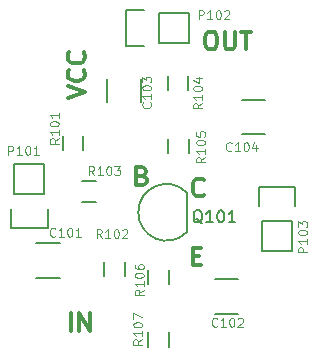
<source format=gto>
G04 #@! TF.FileFunction,Legend,Top*
%FSLAX46Y46*%
G04 Gerber Fmt 4.6, Leading zero omitted, Abs format (unit mm)*
G04 Created by KiCad (PCBNEW 0.201505220134+5676~23~ubuntu14.04.1-product) date Thu 10 Sep 2015 12:30:41 AM PDT*
%MOMM*%
G01*
G04 APERTURE LIST*
%ADD10C,0.100000*%
%ADD11C,0.300000*%
%ADD12C,0.150000*%
%ADD13C,0.101600*%
%ADD14R,2.000000X2.500000*%
%ADD15R,2.500000X2.000000*%
%ADD16R,2.032000X2.032000*%
%ADD17O,2.032000X2.032000*%
%ADD18R,1.300000X1.500000*%
%ADD19R,1.500000X1.300000*%
%ADD20C,2.999740*%
%ADD21C,1.000760*%
G04 APERTURE END LIST*
D10*
D11*
X161802071Y-100044000D02*
X163302071Y-99544000D01*
X161802071Y-99044000D01*
X163159214Y-97686857D02*
X163230643Y-97758286D01*
X163302071Y-97972572D01*
X163302071Y-98115429D01*
X163230643Y-98329714D01*
X163087786Y-98472572D01*
X162944929Y-98544000D01*
X162659214Y-98615429D01*
X162444929Y-98615429D01*
X162159214Y-98544000D01*
X162016357Y-98472572D01*
X161873500Y-98329714D01*
X161802071Y-98115429D01*
X161802071Y-97972572D01*
X161873500Y-97758286D01*
X161944929Y-97686857D01*
X163159214Y-96186857D02*
X163230643Y-96258286D01*
X163302071Y-96472572D01*
X163302071Y-96615429D01*
X163230643Y-96829714D01*
X163087786Y-96972572D01*
X162944929Y-97044000D01*
X162659214Y-97115429D01*
X162444929Y-97115429D01*
X162159214Y-97044000D01*
X162016357Y-96972572D01*
X161873500Y-96829714D01*
X161802071Y-96615429D01*
X161802071Y-96472572D01*
X161873500Y-96258286D01*
X161944929Y-96186857D01*
X162091786Y-119741071D02*
X162091786Y-118241071D01*
X162806072Y-119741071D02*
X162806072Y-118241071D01*
X163663215Y-119741071D01*
X163663215Y-118241071D01*
X173823500Y-94428571D02*
X174109214Y-94428571D01*
X174252072Y-94500000D01*
X174394929Y-94642857D01*
X174466357Y-94928571D01*
X174466357Y-95428571D01*
X174394929Y-95714286D01*
X174252072Y-95857143D01*
X174109214Y-95928571D01*
X173823500Y-95928571D01*
X173680643Y-95857143D01*
X173537786Y-95714286D01*
X173466357Y-95428571D01*
X173466357Y-94928571D01*
X173537786Y-94642857D01*
X173680643Y-94500000D01*
X173823500Y-94428571D01*
X175109215Y-94428571D02*
X175109215Y-95642857D01*
X175180643Y-95785714D01*
X175252072Y-95857143D01*
X175394929Y-95928571D01*
X175680643Y-95928571D01*
X175823501Y-95857143D01*
X175894929Y-95785714D01*
X175966358Y-95642857D01*
X175966358Y-94428571D01*
X176466358Y-94428571D02*
X177323501Y-94428571D01*
X176894930Y-95928571D02*
X176894930Y-94428571D01*
X172398572Y-113430857D02*
X172898572Y-113430857D01*
X173112858Y-114216571D02*
X172398572Y-114216571D01*
X172398572Y-112716571D01*
X173112858Y-112716571D01*
X168128143Y-106636357D02*
X168342429Y-106707786D01*
X168413857Y-106779214D01*
X168485286Y-106922071D01*
X168485286Y-107136357D01*
X168413857Y-107279214D01*
X168342429Y-107350643D01*
X168199571Y-107422071D01*
X167628143Y-107422071D01*
X167628143Y-105922071D01*
X168128143Y-105922071D01*
X168271000Y-105993500D01*
X168342429Y-106064929D01*
X168413857Y-106207786D01*
X168413857Y-106350643D01*
X168342429Y-106493500D01*
X168271000Y-106564929D01*
X168128143Y-106636357D01*
X167628143Y-106636357D01*
X173311286Y-108231714D02*
X173239857Y-108303143D01*
X173025571Y-108374571D01*
X172882714Y-108374571D01*
X172668429Y-108303143D01*
X172525571Y-108160286D01*
X172454143Y-108017429D01*
X172382714Y-107731714D01*
X172382714Y-107517429D01*
X172454143Y-107231714D01*
X172525571Y-107088857D01*
X172668429Y-106946000D01*
X172882714Y-106874571D01*
X173025571Y-106874571D01*
X173239857Y-106946000D01*
X173311286Y-107017429D01*
D12*
X159147000Y-115267000D02*
X161147000Y-115267000D01*
X161147000Y-112317000D02*
X159147000Y-112317000D01*
X174260000Y-118315000D02*
X176260000Y-118315000D01*
X176260000Y-115365000D02*
X174260000Y-115365000D01*
X165098200Y-98415600D02*
X165098200Y-100415600D01*
X168048200Y-100415600D02*
X168048200Y-98415600D01*
X176546000Y-103125800D02*
X178546000Y-103125800D01*
X178546000Y-100175800D02*
X176546000Y-100175800D01*
X157289500Y-108204000D02*
X157289500Y-105664000D01*
X157009500Y-111024000D02*
X157009500Y-109474000D01*
X157289500Y-108204000D02*
X159829500Y-108204000D01*
X160109500Y-109474000D02*
X160109500Y-111024000D01*
X160109500Y-111024000D02*
X157009500Y-111024000D01*
X159829500Y-108204000D02*
X159829500Y-105664000D01*
X159829500Y-105664000D02*
X157289500Y-105664000D01*
X169545000Y-92837000D02*
X172085000Y-92837000D01*
X166725000Y-92557000D02*
X168275000Y-92557000D01*
X169545000Y-92837000D02*
X169545000Y-95377000D01*
X168275000Y-95657000D02*
X166725000Y-95657000D01*
X166725000Y-95657000D02*
X166725000Y-92557000D01*
X169545000Y-95377000D02*
X172085000Y-95377000D01*
X172085000Y-95377000D02*
X172085000Y-92837000D01*
X180797200Y-110439200D02*
X180797200Y-112979200D01*
X181077200Y-107619200D02*
X181077200Y-109169200D01*
X180797200Y-110439200D02*
X178257200Y-110439200D01*
X177977200Y-109169200D02*
X177977200Y-107619200D01*
X177977200Y-107619200D02*
X181077200Y-107619200D01*
X178257200Y-110439200D02*
X178257200Y-112979200D01*
X178257200Y-112979200D02*
X180797200Y-112979200D01*
X161380200Y-104486000D02*
X161380200Y-103286000D01*
X163130200Y-103286000D02*
X163130200Y-104486000D01*
X164923500Y-115154000D02*
X164923500Y-113954000D01*
X166673500Y-113954000D02*
X166673500Y-115154000D01*
X163026800Y-107075000D02*
X164226800Y-107075000D01*
X164226800Y-108825000D02*
X163026800Y-108825000D01*
X170270200Y-99355200D02*
X170270200Y-98155200D01*
X172020200Y-98155200D02*
X172020200Y-99355200D01*
X172071000Y-103540000D02*
X172071000Y-104740000D01*
X170321000Y-104740000D02*
X170321000Y-103540000D01*
X170343800Y-114614400D02*
X170343800Y-115814400D01*
X168593800Y-115814400D02*
X168593800Y-114614400D01*
X168593800Y-121097600D02*
X168593800Y-119897600D01*
X170343800Y-119897600D02*
X170343800Y-121097600D01*
X171880000Y-111428000D02*
X171880000Y-108028000D01*
X171877056Y-111425056D02*
G75*
G02X167780000Y-109728000I-1697056J1697056D01*
G01*
X171877056Y-108030944D02*
G75*
G03X167780000Y-109728000I-1697056J-1697056D01*
G01*
D13*
X160754786Y-111714643D02*
X160718500Y-111750929D01*
X160609643Y-111787214D01*
X160537072Y-111787214D01*
X160428215Y-111750929D01*
X160355643Y-111678357D01*
X160319358Y-111605786D01*
X160283072Y-111460643D01*
X160283072Y-111351786D01*
X160319358Y-111206643D01*
X160355643Y-111134071D01*
X160428215Y-111061500D01*
X160537072Y-111025214D01*
X160609643Y-111025214D01*
X160718500Y-111061500D01*
X160754786Y-111097786D01*
X161480500Y-111787214D02*
X161045072Y-111787214D01*
X161262786Y-111787214D02*
X161262786Y-111025214D01*
X161190215Y-111134071D01*
X161117643Y-111206643D01*
X161045072Y-111242929D01*
X161952214Y-111025214D02*
X162024786Y-111025214D01*
X162097357Y-111061500D01*
X162133643Y-111097786D01*
X162169929Y-111170357D01*
X162206214Y-111315500D01*
X162206214Y-111496929D01*
X162169929Y-111642071D01*
X162133643Y-111714643D01*
X162097357Y-111750929D01*
X162024786Y-111787214D01*
X161952214Y-111787214D01*
X161879643Y-111750929D01*
X161843357Y-111714643D01*
X161807072Y-111642071D01*
X161770786Y-111496929D01*
X161770786Y-111315500D01*
X161807072Y-111170357D01*
X161843357Y-111097786D01*
X161879643Y-111061500D01*
X161952214Y-111025214D01*
X162931928Y-111787214D02*
X162496500Y-111787214D01*
X162714214Y-111787214D02*
X162714214Y-111025214D01*
X162641643Y-111134071D01*
X162569071Y-111206643D01*
X162496500Y-111242929D01*
X174470786Y-119334643D02*
X174434500Y-119370929D01*
X174325643Y-119407214D01*
X174253072Y-119407214D01*
X174144215Y-119370929D01*
X174071643Y-119298357D01*
X174035358Y-119225786D01*
X173999072Y-119080643D01*
X173999072Y-118971786D01*
X174035358Y-118826643D01*
X174071643Y-118754071D01*
X174144215Y-118681500D01*
X174253072Y-118645214D01*
X174325643Y-118645214D01*
X174434500Y-118681500D01*
X174470786Y-118717786D01*
X175196500Y-119407214D02*
X174761072Y-119407214D01*
X174978786Y-119407214D02*
X174978786Y-118645214D01*
X174906215Y-118754071D01*
X174833643Y-118826643D01*
X174761072Y-118862929D01*
X175668214Y-118645214D02*
X175740786Y-118645214D01*
X175813357Y-118681500D01*
X175849643Y-118717786D01*
X175885929Y-118790357D01*
X175922214Y-118935500D01*
X175922214Y-119116929D01*
X175885929Y-119262071D01*
X175849643Y-119334643D01*
X175813357Y-119370929D01*
X175740786Y-119407214D01*
X175668214Y-119407214D01*
X175595643Y-119370929D01*
X175559357Y-119334643D01*
X175523072Y-119262071D01*
X175486786Y-119116929D01*
X175486786Y-118935500D01*
X175523072Y-118790357D01*
X175559357Y-118717786D01*
X175595643Y-118681500D01*
X175668214Y-118645214D01*
X176212500Y-118717786D02*
X176248786Y-118681500D01*
X176321357Y-118645214D01*
X176502786Y-118645214D01*
X176575357Y-118681500D01*
X176611643Y-118717786D01*
X176647928Y-118790357D01*
X176647928Y-118862929D01*
X176611643Y-118971786D01*
X176176214Y-119407214D01*
X176647928Y-119407214D01*
X168801143Y-100420714D02*
X168837429Y-100457000D01*
X168873714Y-100565857D01*
X168873714Y-100638428D01*
X168837429Y-100747285D01*
X168764857Y-100819857D01*
X168692286Y-100856142D01*
X168547143Y-100892428D01*
X168438286Y-100892428D01*
X168293143Y-100856142D01*
X168220571Y-100819857D01*
X168148000Y-100747285D01*
X168111714Y-100638428D01*
X168111714Y-100565857D01*
X168148000Y-100457000D01*
X168184286Y-100420714D01*
X168873714Y-99695000D02*
X168873714Y-100130428D01*
X168873714Y-99912714D02*
X168111714Y-99912714D01*
X168220571Y-99985285D01*
X168293143Y-100057857D01*
X168329429Y-100130428D01*
X168111714Y-99223286D02*
X168111714Y-99150714D01*
X168148000Y-99078143D01*
X168184286Y-99041857D01*
X168256857Y-99005571D01*
X168402000Y-98969286D01*
X168583429Y-98969286D01*
X168728571Y-99005571D01*
X168801143Y-99041857D01*
X168837429Y-99078143D01*
X168873714Y-99150714D01*
X168873714Y-99223286D01*
X168837429Y-99295857D01*
X168801143Y-99332143D01*
X168728571Y-99368428D01*
X168583429Y-99404714D01*
X168402000Y-99404714D01*
X168256857Y-99368428D01*
X168184286Y-99332143D01*
X168148000Y-99295857D01*
X168111714Y-99223286D01*
X168111714Y-98715286D02*
X168111714Y-98243572D01*
X168402000Y-98497572D01*
X168402000Y-98388714D01*
X168438286Y-98316143D01*
X168474571Y-98279857D01*
X168547143Y-98243572D01*
X168728571Y-98243572D01*
X168801143Y-98279857D01*
X168837429Y-98316143D01*
X168873714Y-98388714D01*
X168873714Y-98606429D01*
X168837429Y-98679000D01*
X168801143Y-98715286D01*
X175677286Y-104475643D02*
X175641000Y-104511929D01*
X175532143Y-104548214D01*
X175459572Y-104548214D01*
X175350715Y-104511929D01*
X175278143Y-104439357D01*
X175241858Y-104366786D01*
X175205572Y-104221643D01*
X175205572Y-104112786D01*
X175241858Y-103967643D01*
X175278143Y-103895071D01*
X175350715Y-103822500D01*
X175459572Y-103786214D01*
X175532143Y-103786214D01*
X175641000Y-103822500D01*
X175677286Y-103858786D01*
X176403000Y-104548214D02*
X175967572Y-104548214D01*
X176185286Y-104548214D02*
X176185286Y-103786214D01*
X176112715Y-103895071D01*
X176040143Y-103967643D01*
X175967572Y-104003929D01*
X176874714Y-103786214D02*
X176947286Y-103786214D01*
X177019857Y-103822500D01*
X177056143Y-103858786D01*
X177092429Y-103931357D01*
X177128714Y-104076500D01*
X177128714Y-104257929D01*
X177092429Y-104403071D01*
X177056143Y-104475643D01*
X177019857Y-104511929D01*
X176947286Y-104548214D01*
X176874714Y-104548214D01*
X176802143Y-104511929D01*
X176765857Y-104475643D01*
X176729572Y-104403071D01*
X176693286Y-104257929D01*
X176693286Y-104076500D01*
X176729572Y-103931357D01*
X176765857Y-103858786D01*
X176802143Y-103822500D01*
X176874714Y-103786214D01*
X177781857Y-104040214D02*
X177781857Y-104548214D01*
X177600428Y-103749929D02*
X177419000Y-104294214D01*
X177890714Y-104294214D01*
X156763358Y-104865714D02*
X156763358Y-104103714D01*
X157053643Y-104103714D01*
X157126215Y-104140000D01*
X157162500Y-104176286D01*
X157198786Y-104248857D01*
X157198786Y-104357714D01*
X157162500Y-104430286D01*
X157126215Y-104466571D01*
X157053643Y-104502857D01*
X156763358Y-104502857D01*
X157924500Y-104865714D02*
X157489072Y-104865714D01*
X157706786Y-104865714D02*
X157706786Y-104103714D01*
X157634215Y-104212571D01*
X157561643Y-104285143D01*
X157489072Y-104321429D01*
X158396214Y-104103714D02*
X158468786Y-104103714D01*
X158541357Y-104140000D01*
X158577643Y-104176286D01*
X158613929Y-104248857D01*
X158650214Y-104394000D01*
X158650214Y-104575429D01*
X158613929Y-104720571D01*
X158577643Y-104793143D01*
X158541357Y-104829429D01*
X158468786Y-104865714D01*
X158396214Y-104865714D01*
X158323643Y-104829429D01*
X158287357Y-104793143D01*
X158251072Y-104720571D01*
X158214786Y-104575429D01*
X158214786Y-104394000D01*
X158251072Y-104248857D01*
X158287357Y-104176286D01*
X158323643Y-104140000D01*
X158396214Y-104103714D01*
X159375928Y-104865714D02*
X158940500Y-104865714D01*
X159158214Y-104865714D02*
X159158214Y-104103714D01*
X159085643Y-104212571D01*
X159013071Y-104285143D01*
X158940500Y-104321429D01*
X172892358Y-93372214D02*
X172892358Y-92610214D01*
X173182643Y-92610214D01*
X173255215Y-92646500D01*
X173291500Y-92682786D01*
X173327786Y-92755357D01*
X173327786Y-92864214D01*
X173291500Y-92936786D01*
X173255215Y-92973071D01*
X173182643Y-93009357D01*
X172892358Y-93009357D01*
X174053500Y-93372214D02*
X173618072Y-93372214D01*
X173835786Y-93372214D02*
X173835786Y-92610214D01*
X173763215Y-92719071D01*
X173690643Y-92791643D01*
X173618072Y-92827929D01*
X174525214Y-92610214D02*
X174597786Y-92610214D01*
X174670357Y-92646500D01*
X174706643Y-92682786D01*
X174742929Y-92755357D01*
X174779214Y-92900500D01*
X174779214Y-93081929D01*
X174742929Y-93227071D01*
X174706643Y-93299643D01*
X174670357Y-93335929D01*
X174597786Y-93372214D01*
X174525214Y-93372214D01*
X174452643Y-93335929D01*
X174416357Y-93299643D01*
X174380072Y-93227071D01*
X174343786Y-93081929D01*
X174343786Y-92900500D01*
X174380072Y-92755357D01*
X174416357Y-92682786D01*
X174452643Y-92646500D01*
X174525214Y-92610214D01*
X175069500Y-92682786D02*
X175105786Y-92646500D01*
X175178357Y-92610214D01*
X175359786Y-92610214D01*
X175432357Y-92646500D01*
X175468643Y-92682786D01*
X175504928Y-92755357D01*
X175504928Y-92827929D01*
X175468643Y-92936786D01*
X175033214Y-93372214D01*
X175504928Y-93372214D01*
X182081714Y-113111642D02*
X181319714Y-113111642D01*
X181319714Y-112821357D01*
X181356000Y-112748785D01*
X181392286Y-112712500D01*
X181464857Y-112676214D01*
X181573714Y-112676214D01*
X181646286Y-112712500D01*
X181682571Y-112748785D01*
X181718857Y-112821357D01*
X181718857Y-113111642D01*
X182081714Y-111950500D02*
X182081714Y-112385928D01*
X182081714Y-112168214D02*
X181319714Y-112168214D01*
X181428571Y-112240785D01*
X181501143Y-112313357D01*
X181537429Y-112385928D01*
X181319714Y-111478786D02*
X181319714Y-111406214D01*
X181356000Y-111333643D01*
X181392286Y-111297357D01*
X181464857Y-111261071D01*
X181610000Y-111224786D01*
X181791429Y-111224786D01*
X181936571Y-111261071D01*
X182009143Y-111297357D01*
X182045429Y-111333643D01*
X182081714Y-111406214D01*
X182081714Y-111478786D01*
X182045429Y-111551357D01*
X182009143Y-111587643D01*
X181936571Y-111623928D01*
X181791429Y-111660214D01*
X181610000Y-111660214D01*
X181464857Y-111623928D01*
X181392286Y-111587643D01*
X181356000Y-111551357D01*
X181319714Y-111478786D01*
X181319714Y-110970786D02*
X181319714Y-110499072D01*
X181610000Y-110753072D01*
X181610000Y-110644214D01*
X181646286Y-110571643D01*
X181682571Y-110535357D01*
X181755143Y-110499072D01*
X181936571Y-110499072D01*
X182009143Y-110535357D01*
X182045429Y-110571643D01*
X182081714Y-110644214D01*
X182081714Y-110861929D01*
X182045429Y-110934500D01*
X182009143Y-110970786D01*
X161063214Y-103468714D02*
X160700357Y-103722714D01*
X161063214Y-103904142D02*
X160301214Y-103904142D01*
X160301214Y-103613857D01*
X160337500Y-103541285D01*
X160373786Y-103505000D01*
X160446357Y-103468714D01*
X160555214Y-103468714D01*
X160627786Y-103505000D01*
X160664071Y-103541285D01*
X160700357Y-103613857D01*
X160700357Y-103904142D01*
X161063214Y-102743000D02*
X161063214Y-103178428D01*
X161063214Y-102960714D02*
X160301214Y-102960714D01*
X160410071Y-103033285D01*
X160482643Y-103105857D01*
X160518929Y-103178428D01*
X160301214Y-102271286D02*
X160301214Y-102198714D01*
X160337500Y-102126143D01*
X160373786Y-102089857D01*
X160446357Y-102053571D01*
X160591500Y-102017286D01*
X160772929Y-102017286D01*
X160918071Y-102053571D01*
X160990643Y-102089857D01*
X161026929Y-102126143D01*
X161063214Y-102198714D01*
X161063214Y-102271286D01*
X161026929Y-102343857D01*
X160990643Y-102380143D01*
X160918071Y-102416428D01*
X160772929Y-102452714D01*
X160591500Y-102452714D01*
X160446357Y-102416428D01*
X160373786Y-102380143D01*
X160337500Y-102343857D01*
X160301214Y-102271286D01*
X161063214Y-101291572D02*
X161063214Y-101727000D01*
X161063214Y-101509286D02*
X160301214Y-101509286D01*
X160410071Y-101581857D01*
X160482643Y-101654429D01*
X160518929Y-101727000D01*
X164691786Y-111914214D02*
X164437786Y-111551357D01*
X164256358Y-111914214D02*
X164256358Y-111152214D01*
X164546643Y-111152214D01*
X164619215Y-111188500D01*
X164655500Y-111224786D01*
X164691786Y-111297357D01*
X164691786Y-111406214D01*
X164655500Y-111478786D01*
X164619215Y-111515071D01*
X164546643Y-111551357D01*
X164256358Y-111551357D01*
X165417500Y-111914214D02*
X164982072Y-111914214D01*
X165199786Y-111914214D02*
X165199786Y-111152214D01*
X165127215Y-111261071D01*
X165054643Y-111333643D01*
X164982072Y-111369929D01*
X165889214Y-111152214D02*
X165961786Y-111152214D01*
X166034357Y-111188500D01*
X166070643Y-111224786D01*
X166106929Y-111297357D01*
X166143214Y-111442500D01*
X166143214Y-111623929D01*
X166106929Y-111769071D01*
X166070643Y-111841643D01*
X166034357Y-111877929D01*
X165961786Y-111914214D01*
X165889214Y-111914214D01*
X165816643Y-111877929D01*
X165780357Y-111841643D01*
X165744072Y-111769071D01*
X165707786Y-111623929D01*
X165707786Y-111442500D01*
X165744072Y-111297357D01*
X165780357Y-111224786D01*
X165816643Y-111188500D01*
X165889214Y-111152214D01*
X166433500Y-111224786D02*
X166469786Y-111188500D01*
X166542357Y-111152214D01*
X166723786Y-111152214D01*
X166796357Y-111188500D01*
X166832643Y-111224786D01*
X166868928Y-111297357D01*
X166868928Y-111369929D01*
X166832643Y-111478786D01*
X166397214Y-111914214D01*
X166868928Y-111914214D01*
X164056786Y-106580214D02*
X163802786Y-106217357D01*
X163621358Y-106580214D02*
X163621358Y-105818214D01*
X163911643Y-105818214D01*
X163984215Y-105854500D01*
X164020500Y-105890786D01*
X164056786Y-105963357D01*
X164056786Y-106072214D01*
X164020500Y-106144786D01*
X163984215Y-106181071D01*
X163911643Y-106217357D01*
X163621358Y-106217357D01*
X164782500Y-106580214D02*
X164347072Y-106580214D01*
X164564786Y-106580214D02*
X164564786Y-105818214D01*
X164492215Y-105927071D01*
X164419643Y-105999643D01*
X164347072Y-106035929D01*
X165254214Y-105818214D02*
X165326786Y-105818214D01*
X165399357Y-105854500D01*
X165435643Y-105890786D01*
X165471929Y-105963357D01*
X165508214Y-106108500D01*
X165508214Y-106289929D01*
X165471929Y-106435071D01*
X165435643Y-106507643D01*
X165399357Y-106543929D01*
X165326786Y-106580214D01*
X165254214Y-106580214D01*
X165181643Y-106543929D01*
X165145357Y-106507643D01*
X165109072Y-106435071D01*
X165072786Y-106289929D01*
X165072786Y-106108500D01*
X165109072Y-105963357D01*
X165145357Y-105890786D01*
X165181643Y-105854500D01*
X165254214Y-105818214D01*
X165762214Y-105818214D02*
X166233928Y-105818214D01*
X165979928Y-106108500D01*
X166088786Y-106108500D01*
X166161357Y-106144786D01*
X166197643Y-106181071D01*
X166233928Y-106253643D01*
X166233928Y-106435071D01*
X166197643Y-106507643D01*
X166161357Y-106543929D01*
X166088786Y-106580214D01*
X165871071Y-106580214D01*
X165798500Y-106543929D01*
X165762214Y-106507643D01*
X173191714Y-100484214D02*
X172828857Y-100738214D01*
X173191714Y-100919642D02*
X172429714Y-100919642D01*
X172429714Y-100629357D01*
X172466000Y-100556785D01*
X172502286Y-100520500D01*
X172574857Y-100484214D01*
X172683714Y-100484214D01*
X172756286Y-100520500D01*
X172792571Y-100556785D01*
X172828857Y-100629357D01*
X172828857Y-100919642D01*
X173191714Y-99758500D02*
X173191714Y-100193928D01*
X173191714Y-99976214D02*
X172429714Y-99976214D01*
X172538571Y-100048785D01*
X172611143Y-100121357D01*
X172647429Y-100193928D01*
X172429714Y-99286786D02*
X172429714Y-99214214D01*
X172466000Y-99141643D01*
X172502286Y-99105357D01*
X172574857Y-99069071D01*
X172720000Y-99032786D01*
X172901429Y-99032786D01*
X173046571Y-99069071D01*
X173119143Y-99105357D01*
X173155429Y-99141643D01*
X173191714Y-99214214D01*
X173191714Y-99286786D01*
X173155429Y-99359357D01*
X173119143Y-99395643D01*
X173046571Y-99431928D01*
X172901429Y-99468214D01*
X172720000Y-99468214D01*
X172574857Y-99431928D01*
X172502286Y-99395643D01*
X172466000Y-99359357D01*
X172429714Y-99286786D01*
X172683714Y-98379643D02*
X173191714Y-98379643D01*
X172393429Y-98561072D02*
X172937714Y-98742500D01*
X172937714Y-98270786D01*
X173445714Y-105056214D02*
X173082857Y-105310214D01*
X173445714Y-105491642D02*
X172683714Y-105491642D01*
X172683714Y-105201357D01*
X172720000Y-105128785D01*
X172756286Y-105092500D01*
X172828857Y-105056214D01*
X172937714Y-105056214D01*
X173010286Y-105092500D01*
X173046571Y-105128785D01*
X173082857Y-105201357D01*
X173082857Y-105491642D01*
X173445714Y-104330500D02*
X173445714Y-104765928D01*
X173445714Y-104548214D02*
X172683714Y-104548214D01*
X172792571Y-104620785D01*
X172865143Y-104693357D01*
X172901429Y-104765928D01*
X172683714Y-103858786D02*
X172683714Y-103786214D01*
X172720000Y-103713643D01*
X172756286Y-103677357D01*
X172828857Y-103641071D01*
X172974000Y-103604786D01*
X173155429Y-103604786D01*
X173300571Y-103641071D01*
X173373143Y-103677357D01*
X173409429Y-103713643D01*
X173445714Y-103786214D01*
X173445714Y-103858786D01*
X173409429Y-103931357D01*
X173373143Y-103967643D01*
X173300571Y-104003928D01*
X173155429Y-104040214D01*
X172974000Y-104040214D01*
X172828857Y-104003928D01*
X172756286Y-103967643D01*
X172720000Y-103931357D01*
X172683714Y-103858786D01*
X172683714Y-102915357D02*
X172683714Y-103278214D01*
X173046571Y-103314500D01*
X173010286Y-103278214D01*
X172974000Y-103205643D01*
X172974000Y-103024214D01*
X173010286Y-102951643D01*
X173046571Y-102915357D01*
X173119143Y-102879072D01*
X173300571Y-102879072D01*
X173373143Y-102915357D01*
X173409429Y-102951643D01*
X173445714Y-103024214D01*
X173445714Y-103205643D01*
X173409429Y-103278214D01*
X173373143Y-103314500D01*
X168238714Y-116295714D02*
X167875857Y-116549714D01*
X168238714Y-116731142D02*
X167476714Y-116731142D01*
X167476714Y-116440857D01*
X167513000Y-116368285D01*
X167549286Y-116332000D01*
X167621857Y-116295714D01*
X167730714Y-116295714D01*
X167803286Y-116332000D01*
X167839571Y-116368285D01*
X167875857Y-116440857D01*
X167875857Y-116731142D01*
X168238714Y-115570000D02*
X168238714Y-116005428D01*
X168238714Y-115787714D02*
X167476714Y-115787714D01*
X167585571Y-115860285D01*
X167658143Y-115932857D01*
X167694429Y-116005428D01*
X167476714Y-115098286D02*
X167476714Y-115025714D01*
X167513000Y-114953143D01*
X167549286Y-114916857D01*
X167621857Y-114880571D01*
X167767000Y-114844286D01*
X167948429Y-114844286D01*
X168093571Y-114880571D01*
X168166143Y-114916857D01*
X168202429Y-114953143D01*
X168238714Y-115025714D01*
X168238714Y-115098286D01*
X168202429Y-115170857D01*
X168166143Y-115207143D01*
X168093571Y-115243428D01*
X167948429Y-115279714D01*
X167767000Y-115279714D01*
X167621857Y-115243428D01*
X167549286Y-115207143D01*
X167513000Y-115170857D01*
X167476714Y-115098286D01*
X167476714Y-114191143D02*
X167476714Y-114336286D01*
X167513000Y-114408857D01*
X167549286Y-114445143D01*
X167658143Y-114517714D01*
X167803286Y-114554000D01*
X168093571Y-114554000D01*
X168166143Y-114517714D01*
X168202429Y-114481429D01*
X168238714Y-114408857D01*
X168238714Y-114263714D01*
X168202429Y-114191143D01*
X168166143Y-114154857D01*
X168093571Y-114118572D01*
X167912143Y-114118572D01*
X167839571Y-114154857D01*
X167803286Y-114191143D01*
X167767000Y-114263714D01*
X167767000Y-114408857D01*
X167803286Y-114481429D01*
X167839571Y-114517714D01*
X167912143Y-114554000D01*
X168111714Y-120486714D02*
X167748857Y-120740714D01*
X168111714Y-120922142D02*
X167349714Y-120922142D01*
X167349714Y-120631857D01*
X167386000Y-120559285D01*
X167422286Y-120523000D01*
X167494857Y-120486714D01*
X167603714Y-120486714D01*
X167676286Y-120523000D01*
X167712571Y-120559285D01*
X167748857Y-120631857D01*
X167748857Y-120922142D01*
X168111714Y-119761000D02*
X168111714Y-120196428D01*
X168111714Y-119978714D02*
X167349714Y-119978714D01*
X167458571Y-120051285D01*
X167531143Y-120123857D01*
X167567429Y-120196428D01*
X167349714Y-119289286D02*
X167349714Y-119216714D01*
X167386000Y-119144143D01*
X167422286Y-119107857D01*
X167494857Y-119071571D01*
X167640000Y-119035286D01*
X167821429Y-119035286D01*
X167966571Y-119071571D01*
X168039143Y-119107857D01*
X168075429Y-119144143D01*
X168111714Y-119216714D01*
X168111714Y-119289286D01*
X168075429Y-119361857D01*
X168039143Y-119398143D01*
X167966571Y-119434428D01*
X167821429Y-119470714D01*
X167640000Y-119470714D01*
X167494857Y-119434428D01*
X167422286Y-119398143D01*
X167386000Y-119361857D01*
X167349714Y-119289286D01*
X167349714Y-118781286D02*
X167349714Y-118273286D01*
X168111714Y-118599857D01*
D12*
X173196381Y-110656619D02*
X173101143Y-110609000D01*
X173005905Y-110513762D01*
X172863048Y-110370905D01*
X172767809Y-110323286D01*
X172672571Y-110323286D01*
X172720190Y-110561381D02*
X172624952Y-110513762D01*
X172529714Y-110418524D01*
X172482095Y-110228048D01*
X172482095Y-109894714D01*
X172529714Y-109704238D01*
X172624952Y-109609000D01*
X172720190Y-109561381D01*
X172910667Y-109561381D01*
X173005905Y-109609000D01*
X173101143Y-109704238D01*
X173148762Y-109894714D01*
X173148762Y-110228048D01*
X173101143Y-110418524D01*
X173005905Y-110513762D01*
X172910667Y-110561381D01*
X172720190Y-110561381D01*
X174101143Y-110561381D02*
X173529714Y-110561381D01*
X173815428Y-110561381D02*
X173815428Y-109561381D01*
X173720190Y-109704238D01*
X173624952Y-109799476D01*
X173529714Y-109847095D01*
X174720190Y-109561381D02*
X174815429Y-109561381D01*
X174910667Y-109609000D01*
X174958286Y-109656619D01*
X175005905Y-109751857D01*
X175053524Y-109942333D01*
X175053524Y-110180429D01*
X175005905Y-110370905D01*
X174958286Y-110466143D01*
X174910667Y-110513762D01*
X174815429Y-110561381D01*
X174720190Y-110561381D01*
X174624952Y-110513762D01*
X174577333Y-110466143D01*
X174529714Y-110370905D01*
X174482095Y-110180429D01*
X174482095Y-109942333D01*
X174529714Y-109751857D01*
X174577333Y-109656619D01*
X174624952Y-109609000D01*
X174720190Y-109561381D01*
X176005905Y-110561381D02*
X175434476Y-110561381D01*
X175720190Y-110561381D02*
X175720190Y-109561381D01*
X175624952Y-109704238D01*
X175529714Y-109799476D01*
X175434476Y-109847095D01*
%LPC*%
D14*
X162147000Y-113792000D03*
X158147000Y-113792000D03*
X177260000Y-116840000D03*
X173260000Y-116840000D03*
D15*
X166573200Y-101415600D03*
X166573200Y-97415600D03*
D14*
X179546000Y-101650800D03*
X175546000Y-101650800D03*
D16*
X158559500Y-109474000D03*
D17*
X158559500Y-106934000D03*
D16*
X168275000Y-94107000D03*
D17*
X170815000Y-94107000D03*
D16*
X179527200Y-109169200D03*
D17*
X179527200Y-111709200D03*
D18*
X162255200Y-102536000D03*
X162255200Y-105236000D03*
X165798500Y-113204000D03*
X165798500Y-115904000D03*
D19*
X164976800Y-107950000D03*
X162276800Y-107950000D03*
D18*
X171145200Y-97405200D03*
X171145200Y-100105200D03*
X171196000Y-105490000D03*
X171196000Y-102790000D03*
X169468800Y-116564400D03*
X169468800Y-113864400D03*
X169468800Y-119147600D03*
X169468800Y-121847600D03*
D20*
X163830000Y-121602500D03*
X163576000Y-94424500D03*
X176022000Y-97790000D03*
D21*
X168910000Y-109728000D03*
X170180000Y-108458000D03*
X170180000Y-110998000D03*
M02*

</source>
